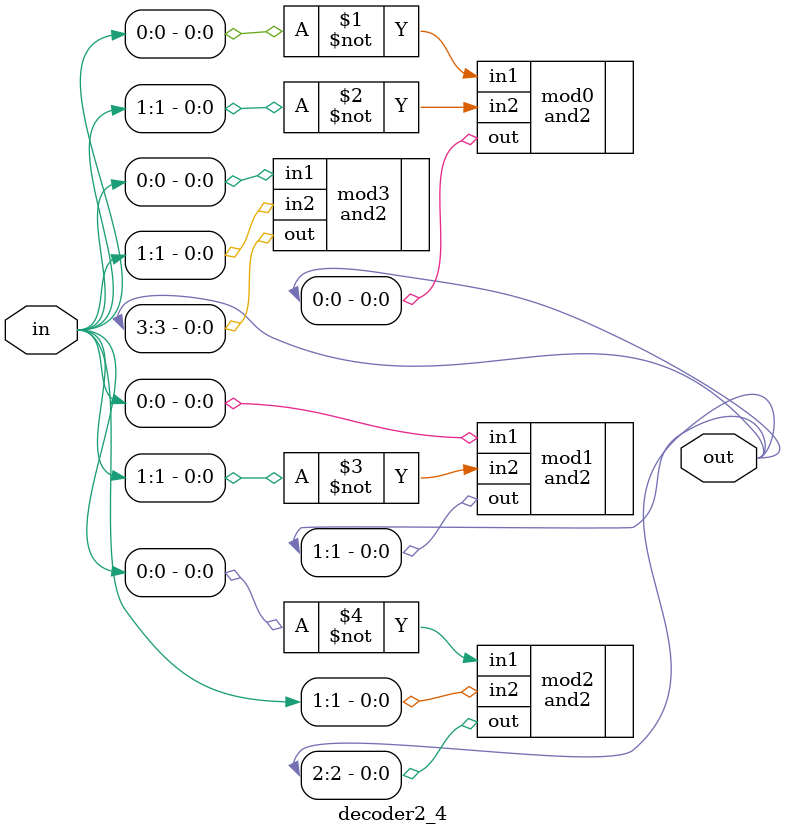
<source format=v>
module decoder2_4(out, in);
    input [1:0] in;
    output [3:0] out;
    
    and2 mod0(.out(out[0]), .in1(~in[0]), .in2(~in[1]));
    and2 mod1(.out(out[1]), .in1(in[0]), .in2(~in[1]));
    and2 mod2(.out(out[2]), .in1(~in[0]), .in2(in[1]));
    and2 mod3(.out(out[3]), .in1(in[0]), .in2(in[1]));

endmodule


</source>
